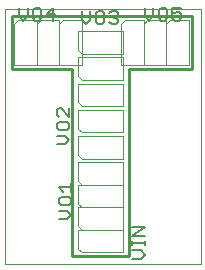
<source format=gto>
G75*
%MOIN*%
%OFA0B0*%
%FSLAX24Y24*%
%IPPOS*%
%LPD*%
%AMOC8*
5,1,8,0,0,1.08239X$1,22.5*
%
%ADD10C,0.0000*%
%ADD11C,0.0100*%
%ADD12C,0.0040*%
%ADD13C,0.0080*%
D10*
X002517Y002517D02*
X002517Y010992D01*
X009043Y010992D01*
X009043Y002517D01*
X002517Y002517D01*
D11*
X004767Y002767D02*
X006642Y002767D01*
X006642Y009017D01*
X008767Y009017D01*
X008767Y010767D01*
X002767Y010767D01*
X002767Y009017D01*
X004767Y009017D01*
X004767Y002767D01*
D12*
X004954Y003017D02*
X005079Y002892D01*
X006454Y002892D01*
X006454Y003642D01*
X004954Y003642D01*
X004954Y003017D01*
X005079Y003642D02*
X004954Y003767D01*
X004954Y004392D01*
X006454Y004392D01*
X006454Y003642D01*
X005079Y003642D01*
X005079Y004392D02*
X004954Y004517D01*
X004954Y005142D01*
X006454Y005142D01*
X005079Y005142D01*
X004954Y005267D01*
X004954Y005892D01*
X006454Y005892D01*
X006454Y005142D01*
X006454Y004392D01*
X005079Y004392D01*
X005079Y006017D02*
X004954Y006142D01*
X004954Y006767D01*
X006454Y006767D01*
X006454Y006017D01*
X005079Y006017D01*
X005079Y006892D02*
X004954Y007017D01*
X004954Y007642D01*
X006454Y007642D01*
X006454Y006892D01*
X005079Y006892D01*
X005079Y007767D02*
X004954Y007892D01*
X004954Y008517D01*
X006454Y008517D01*
X006454Y007767D01*
X005079Y007767D01*
X005079Y008642D02*
X004954Y008767D01*
X004954Y009392D01*
X006454Y009392D01*
X006454Y008642D01*
X005079Y008642D01*
X005079Y009142D02*
X004329Y009142D01*
X003579Y009142D01*
X002829Y009142D01*
X002829Y010517D01*
X002954Y010642D01*
X003579Y010642D01*
X003579Y009142D01*
X003579Y010517D01*
X003704Y010642D01*
X004329Y010642D01*
X004329Y009142D01*
X004329Y010517D01*
X004454Y010642D01*
X005079Y010642D01*
X005079Y009142D01*
X005079Y009517D02*
X004954Y009642D01*
X004954Y010267D01*
X006454Y010267D01*
X006454Y009517D01*
X005079Y009517D01*
X006392Y009142D02*
X006392Y010517D01*
X006517Y010642D01*
X007142Y010642D01*
X007142Y009142D01*
X007142Y010517D01*
X007267Y010642D01*
X007892Y010642D01*
X007892Y009142D01*
X007892Y010517D01*
X008017Y010642D01*
X008642Y010642D01*
X008642Y009142D01*
X007892Y009142D01*
X007142Y009142D01*
X006392Y009142D01*
D13*
X006213Y010507D02*
X006073Y010507D01*
X006002Y010577D01*
X005822Y010577D02*
X005822Y010857D01*
X005752Y010927D01*
X005612Y010927D01*
X005542Y010857D01*
X005542Y010577D01*
X005612Y010507D01*
X005752Y010507D01*
X005822Y010577D01*
X006002Y010857D02*
X006073Y010927D01*
X006213Y010927D01*
X006283Y010857D01*
X006283Y010787D01*
X006213Y010717D01*
X006283Y010647D01*
X006283Y010577D01*
X006213Y010507D01*
X006213Y010717D02*
X006143Y010717D01*
X005362Y010647D02*
X005362Y010927D01*
X005362Y010647D02*
X005222Y010507D01*
X005082Y010647D01*
X005082Y010927D01*
X004195Y010829D02*
X003915Y010829D01*
X004125Y011040D01*
X004125Y010619D01*
X003735Y010689D02*
X003735Y010969D01*
X003665Y011040D01*
X003525Y011040D01*
X003455Y010969D01*
X003455Y010689D01*
X003525Y010619D01*
X003665Y010619D01*
X003735Y010689D01*
X003274Y010759D02*
X003274Y011040D01*
X002994Y011040D02*
X002994Y010759D01*
X003134Y010619D01*
X003274Y010759D01*
X004314Y007695D02*
X004244Y007625D01*
X004244Y007485D01*
X004314Y007415D01*
X004314Y007235D02*
X004244Y007165D01*
X004244Y007025D01*
X004314Y006955D01*
X004594Y006955D01*
X004664Y007025D01*
X004664Y007165D01*
X004594Y007235D01*
X004314Y007235D01*
X004664Y007415D02*
X004384Y007695D01*
X004314Y007695D01*
X004664Y007695D02*
X004664Y007415D01*
X004524Y006774D02*
X004244Y006774D01*
X004244Y006494D02*
X004524Y006494D01*
X004664Y006634D01*
X004524Y006774D01*
X004727Y005195D02*
X004727Y004915D01*
X004727Y005055D02*
X004306Y005055D01*
X004446Y004915D01*
X004376Y004735D02*
X004306Y004665D01*
X004306Y004525D01*
X004376Y004455D01*
X004657Y004455D01*
X004727Y004525D01*
X004727Y004665D01*
X004657Y004735D01*
X004376Y004735D01*
X004306Y004274D02*
X004587Y004274D01*
X004727Y004134D01*
X004587Y003994D01*
X004306Y003994D01*
X006756Y003727D02*
X007177Y003727D01*
X006756Y003446D01*
X007177Y003446D01*
X007177Y003279D02*
X007177Y003139D01*
X007177Y003209D02*
X006756Y003209D01*
X006756Y003139D02*
X006756Y003279D01*
X006756Y002959D02*
X007037Y002959D01*
X007177Y002819D01*
X007037Y002679D01*
X006756Y002679D01*
X007322Y010619D02*
X007462Y010759D01*
X007462Y011040D01*
X007642Y010969D02*
X007642Y010689D01*
X007712Y010619D01*
X007852Y010619D01*
X007922Y010689D01*
X007922Y010969D01*
X007852Y011040D01*
X007712Y011040D01*
X007642Y010969D01*
X008102Y011040D02*
X008102Y010829D01*
X008243Y010899D01*
X008313Y010899D01*
X008383Y010829D01*
X008383Y010689D01*
X008313Y010619D01*
X008173Y010619D01*
X008102Y010689D01*
X008102Y011040D02*
X008383Y011040D01*
X007322Y010619D02*
X007182Y010759D01*
X007182Y011040D01*
M02*

</source>
